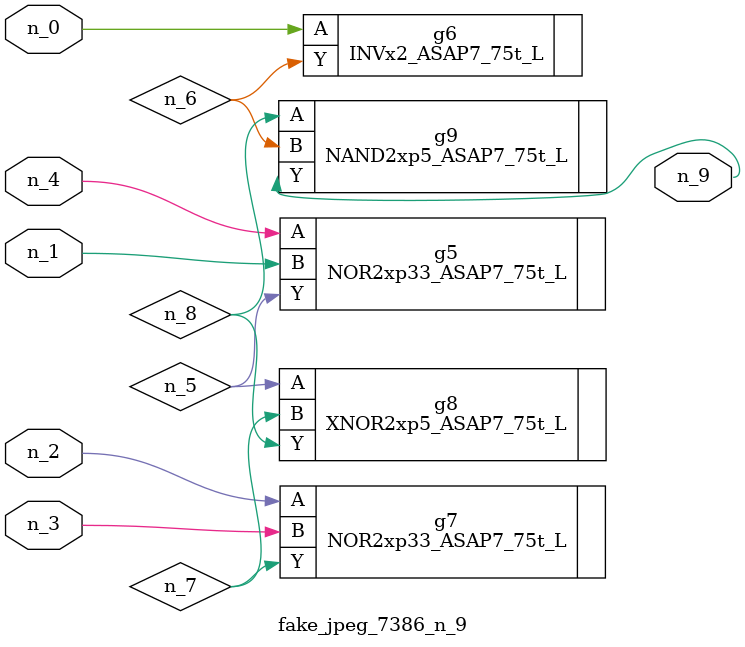
<source format=v>
module fake_jpeg_7386_n_9 (n_3, n_2, n_1, n_0, n_4, n_9);

input n_3;
input n_2;
input n_1;
input n_0;
input n_4;

output n_9;

wire n_8;
wire n_6;
wire n_5;
wire n_7;

NOR2xp33_ASAP7_75t_L g5 ( 
.A(n_4),
.B(n_1),
.Y(n_5)
);

INVx2_ASAP7_75t_L g6 ( 
.A(n_0),
.Y(n_6)
);

NOR2xp33_ASAP7_75t_L g7 ( 
.A(n_2),
.B(n_3),
.Y(n_7)
);

XNOR2xp5_ASAP7_75t_L g8 ( 
.A(n_5),
.B(n_7),
.Y(n_8)
);

NAND2xp5_ASAP7_75t_L g9 ( 
.A(n_8),
.B(n_6),
.Y(n_9)
);


endmodule
</source>
